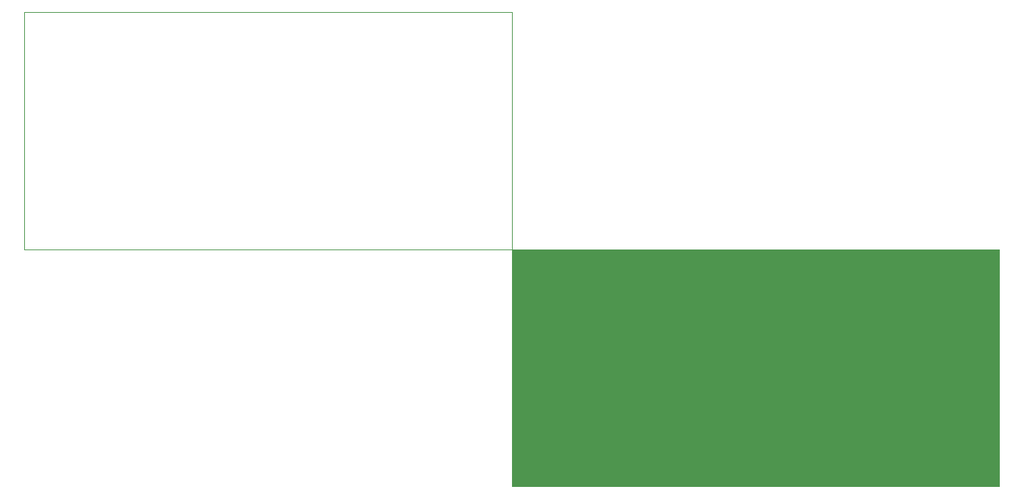
<source format=gbr>
%FSLAX34Y34*%
%MOMM*%
%LNSMDMASK_TOP*%
G71*
G01*
%ADD10C, 0.00*%
%ADD11R, 0.80X3.20*%
%ADD12R, 1.10X8.20*%
%LPD*%
G54D10*
X-580000Y283000D02*
X0Y283000D01*
X0Y0D01*
X-580000Y0D01*
X-580000Y283000D01*
G36*
X-273Y-3D02*
X579727Y-3D01*
X579727Y-283003D01*
X-273Y-283003D01*
X-273Y-3D01*
G37*
%LPC*%
X-554000Y21000D02*
G54D11*
D03*
X-149000Y21000D02*
G54D11*
D03*
X-536000Y21000D02*
G54D11*
D03*
X-518000Y21000D02*
G54D11*
D03*
X-500000Y21000D02*
G54D11*
D03*
X-482000Y21000D02*
G54D11*
D03*
X-464000Y21000D02*
G54D11*
D03*
X-446000Y21000D02*
G54D11*
D03*
X-428000Y21000D02*
G54D11*
D03*
X-410000Y21000D02*
G54D11*
D03*
X-392000Y21000D02*
G54D11*
D03*
X-374000Y21000D02*
G54D11*
D03*
X-356000Y21000D02*
G54D11*
D03*
X-131000Y21000D02*
G54D11*
D03*
X-113000Y21000D02*
G54D11*
D03*
X-95000Y21000D02*
G54D11*
D03*
X-77000Y21000D02*
G54D11*
D03*
X-59000Y21000D02*
G54D11*
D03*
X-41000Y21000D02*
G54D11*
D03*
X-23000Y21000D02*
G54D11*
D03*
X-145000Y235000D02*
G54D12*
D03*
X-158000Y235000D02*
G54D12*
D03*
X-171000Y235000D02*
G54D12*
D03*
X-184000Y235000D02*
G54D12*
D03*
X-208000Y235000D02*
G54D12*
D03*
X-221000Y235000D02*
G54D12*
D03*
X-234000Y235000D02*
G54D12*
D03*
X-247000Y235000D02*
G54D12*
D03*
X-271000Y235000D02*
G54D12*
D03*
X-284000Y235000D02*
G54D12*
D03*
X-297000Y235000D02*
G54D12*
D03*
X-310000Y235000D02*
G54D12*
D03*
X-334000Y235000D02*
G54D12*
D03*
X-347000Y235000D02*
G54D12*
D03*
X-360000Y235000D02*
G54D12*
D03*
X-373000Y235000D02*
G54D12*
D03*
X-397000Y235000D02*
G54D12*
D03*
X-410000Y235000D02*
G54D12*
D03*
X-423000Y235000D02*
G54D12*
D03*
X-436000Y235000D02*
G54D12*
D03*
M02*

</source>
